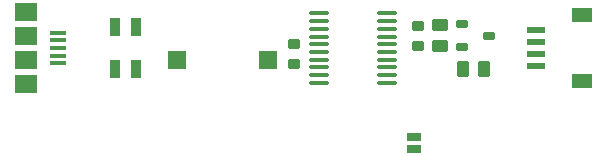
<source format=gbp>
G04 Layer_Color=128*
%FSLAX44Y44*%
%MOMM*%
G71*
G01*
G75*
G04:AMPARAMS|DCode=10|XSize=1mm|YSize=0.9mm|CornerRadius=0.1125mm|HoleSize=0mm|Usage=FLASHONLY|Rotation=180.000|XOffset=0mm|YOffset=0mm|HoleType=Round|Shape=RoundedRectangle|*
%AMROUNDEDRECTD10*
21,1,1.0000,0.6750,0,0,180.0*
21,1,0.7750,0.9000,0,0,180.0*
1,1,0.2250,-0.3875,0.3375*
1,1,0.2250,0.3875,0.3375*
1,1,0.2250,0.3875,-0.3375*
1,1,0.2250,-0.3875,-0.3375*
%
%ADD10ROUNDEDRECTD10*%
%ADD12R,1.5500X0.6000*%
%ADD13R,1.8000X1.2000*%
%ADD17R,1.5000X1.5000*%
%ADD24R,1.2700X0.6350*%
G04:AMPARAMS|DCode=25|XSize=1.4mm|YSize=1mm|CornerRadius=0.125mm|HoleSize=0mm|Usage=FLASHONLY|Rotation=180.000|XOffset=0mm|YOffset=0mm|HoleType=Round|Shape=RoundedRectangle|*
%AMROUNDEDRECTD25*
21,1,1.4000,0.7500,0,0,180.0*
21,1,1.1500,1.0000,0,0,180.0*
1,1,0.2500,-0.5750,0.3750*
1,1,0.2500,0.5750,0.3750*
1,1,0.2500,0.5750,-0.3750*
1,1,0.2500,-0.5750,-0.3750*
%
%ADD25ROUNDEDRECTD25*%
G04:AMPARAMS|DCode=26|XSize=1.4mm|YSize=1mm|CornerRadius=0.125mm|HoleSize=0mm|Usage=FLASHONLY|Rotation=90.000|XOffset=0mm|YOffset=0mm|HoleType=Round|Shape=RoundedRectangle|*
%AMROUNDEDRECTD26*
21,1,1.4000,0.7500,0,0,90.0*
21,1,1.1500,1.0000,0,0,90.0*
1,1,0.2500,0.3750,0.5750*
1,1,0.2500,0.3750,-0.5750*
1,1,0.2500,-0.3750,-0.5750*
1,1,0.2500,-0.3750,0.5750*
%
%ADD26ROUNDEDRECTD26*%
G04:AMPARAMS|DCode=27|XSize=0.6mm|YSize=1mm|CornerRadius=0.075mm|HoleSize=0mm|Usage=FLASHONLY|Rotation=90.000|XOffset=0mm|YOffset=0mm|HoleType=Round|Shape=RoundedRectangle|*
%AMROUNDEDRECTD27*
21,1,0.6000,0.8500,0,0,90.0*
21,1,0.4500,1.0000,0,0,90.0*
1,1,0.1500,0.4250,0.2250*
1,1,0.1500,0.4250,-0.2250*
1,1,0.1500,-0.4250,-0.2250*
1,1,0.1500,-0.4250,0.2250*
%
%ADD27ROUNDEDRECTD27*%
%ADD28R,1.9000X1.5000*%
%ADD29R,1.3500X0.4000*%
%ADD30O,1.8000X0.3500*%
%ADD31R,0.8636X1.5160*%
D10*
X350000Y116500D02*
D03*
Y133500D02*
D03*
X245000Y101500D02*
D03*
Y118500D02*
D03*
D12*
X450000Y130000D02*
D03*
Y120000D02*
D03*
Y110000D02*
D03*
Y100000D02*
D03*
D13*
X489000Y143000D02*
D03*
Y87000D02*
D03*
D17*
X146500Y105000D02*
D03*
X223500D02*
D03*
D24*
X346500Y40000D02*
D03*
X346500Y29920D02*
D03*
D25*
X368520Y134540D02*
D03*
Y116540D02*
D03*
D26*
X406420Y97340D02*
D03*
X388420D02*
D03*
D27*
X387020Y116040D02*
D03*
Y135040D02*
D03*
X410020Y125540D02*
D03*
D28*
X18000Y145500D02*
D03*
Y125000D02*
D03*
Y105000D02*
D03*
Y84500D02*
D03*
D29*
X45000Y115000D02*
D03*
Y121500D02*
D03*
Y128000D02*
D03*
Y108500D02*
D03*
Y102000D02*
D03*
D30*
X323500Y144250D02*
D03*
Y137750D02*
D03*
Y131250D02*
D03*
Y124750D02*
D03*
Y118250D02*
D03*
Y111750D02*
D03*
Y105250D02*
D03*
Y98750D02*
D03*
Y92250D02*
D03*
Y85750D02*
D03*
X266500Y144250D02*
D03*
Y137750D02*
D03*
Y118250D02*
D03*
Y111750D02*
D03*
Y105250D02*
D03*
Y98750D02*
D03*
Y92250D02*
D03*
Y85750D02*
D03*
Y131250D02*
D03*
Y124750D02*
D03*
D31*
X111390Y97500D02*
D03*
Y132526D02*
D03*
X93750Y97500D02*
D03*
Y132526D02*
D03*
M02*

</source>
